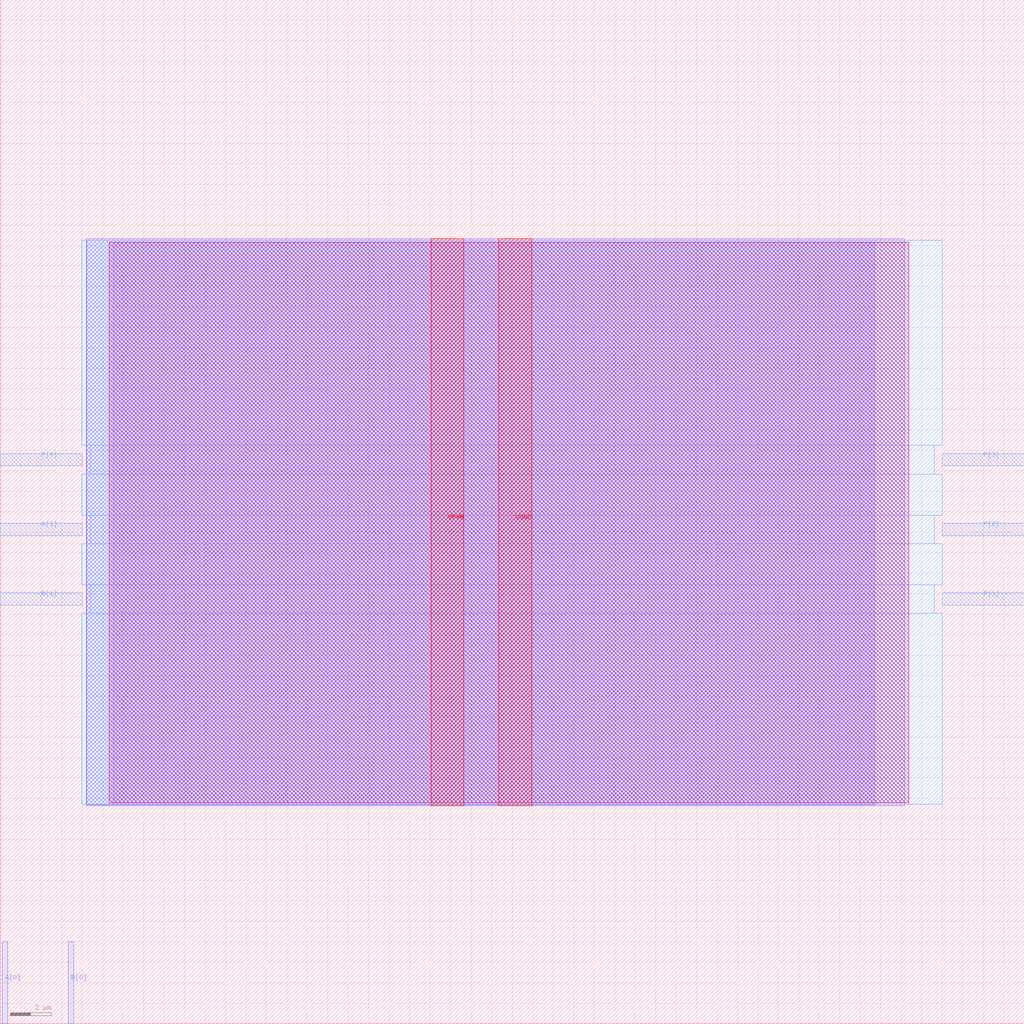
<source format=lef>
VERSION 5.7 ;
  NOWIREEXTENSIONATPIN ON ;
  DIVIDERCHAR "/" ;
  BUSBITCHARS "[]" ;
MACRO e7_SARSA_nSteps_INDEPENDIENTES
  CLASS BLOCK ;
  FOREIGN e7_SARSA_nSteps_INDEPENDIENTES ;
  ORIGIN 0.000 0.000 ;
  SIZE 50.000 BY 50.000 ;
  PIN A[0]
    DIRECTION INPUT ;
    USE SIGNAL ;
    PORT
      LAYER met2 ;
        RECT 0.090 0.000 0.370 4.000 ;
    END
  END A[0]
  PIN A[1]
    DIRECTION INPUT ;
    USE SIGNAL ;
    ANTENNAGATEAREA 0.196500 ;
    PORT
      LAYER met3 ;
        RECT 0.000 23.840 4.000 24.440 ;
    END
  END A[1]
  PIN B[0]
    DIRECTION INPUT ;
    USE SIGNAL ;
    PORT
      LAYER met2 ;
        RECT 3.310 0.000 3.590 4.000 ;
    END
  END B[0]
  PIN B[1]
    DIRECTION INPUT ;
    USE SIGNAL ;
    ANTENNAGATEAREA 0.196500 ;
    PORT
      LAYER met3 ;
        RECT 0.000 20.440 4.000 21.040 ;
    END
  END B[1]
  PIN P[0]
    DIRECTION OUTPUT ;
    USE SIGNAL ;
    ANTENNADIFFAREA 0.445500 ;
    PORT
      LAYER met3 ;
        RECT 0.000 27.240 4.000 27.840 ;
    END
  END P[0]
  PIN P[1]
    DIRECTION OUTPUT ;
    USE SIGNAL ;
    ANTENNADIFFAREA 0.445500 ;
    PORT
      LAYER met3 ;
        RECT 46.000 20.440 50.000 21.040 ;
    END
  END P[1]
  PIN P[2]
    DIRECTION OUTPUT ;
    USE SIGNAL ;
    ANTENNADIFFAREA 0.445500 ;
    PORT
      LAYER met3 ;
        RECT 46.000 23.840 50.000 24.440 ;
    END
  END P[2]
  PIN P[3]
    DIRECTION OUTPUT ;
    USE SIGNAL ;
    PORT
      LAYER met3 ;
        RECT 46.000 27.240 50.000 27.840 ;
    END
  END P[3]
  PIN VGND
    DIRECTION INOUT ;
    USE GROUND ;
    PORT
      LAYER met4 ;
        RECT 24.340 10.640 25.940 38.320 ;
    END
  END VGND
  PIN VPWR
    DIRECTION INOUT ;
    USE POWER ;
    PORT
      LAYER met4 ;
        RECT 21.040 10.640 22.640 38.320 ;
    END
  END VPWR
  OBS
      LAYER nwell ;
        RECT 5.330 10.795 44.350 38.165 ;
      LAYER li1 ;
        RECT 5.520 10.795 44.160 38.165 ;
      LAYER met1 ;
        RECT 4.210 10.640 44.160 38.320 ;
      LAYER met2 ;
        RECT 4.230 10.695 42.690 38.265 ;
      LAYER met3 ;
        RECT 3.990 28.240 46.000 38.245 ;
        RECT 4.400 26.840 45.600 28.240 ;
        RECT 3.990 24.840 46.000 26.840 ;
        RECT 4.400 23.440 45.600 24.840 ;
        RECT 3.990 21.440 46.000 23.440 ;
        RECT 4.400 20.040 45.600 21.440 ;
        RECT 3.990 10.715 46.000 20.040 ;
  END
END e7_SARSA_nSteps_INDEPENDIENTES
END LIBRARY


</source>
